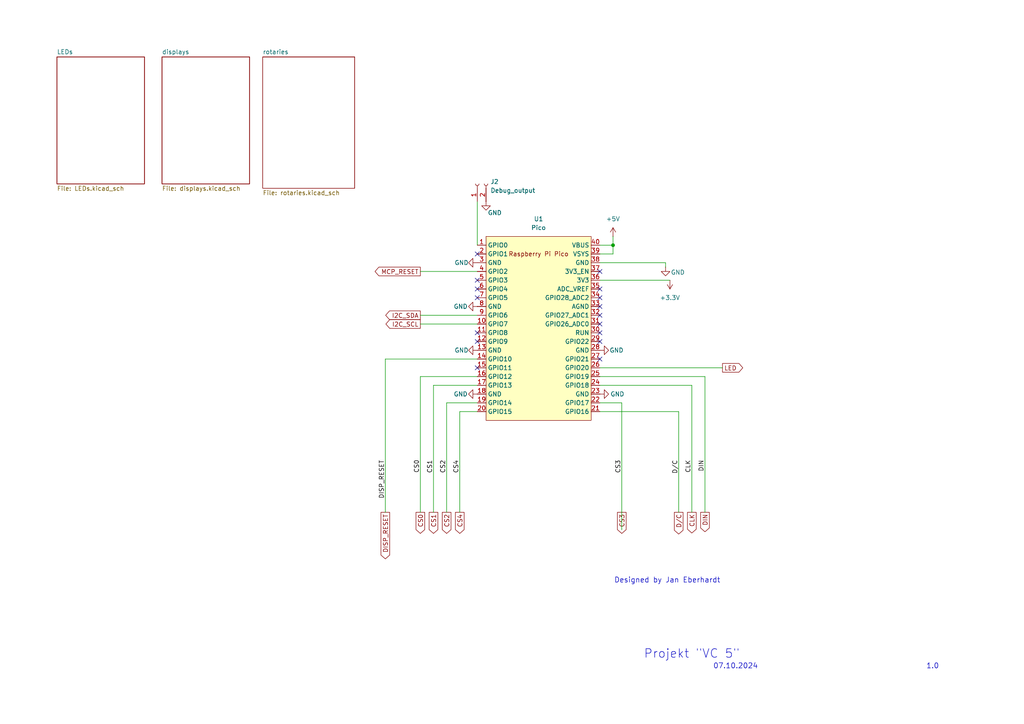
<source format=kicad_sch>
(kicad_sch (version 20231120) (generator "eeschema") (generator_version "8.0")
  (paper "A4")
  (lib_symbols
    (symbol "Connector:Conn_01x02_Socket" (pin_names (offset 1.016) hide)
      (property "Reference" "J" (at 0 2.54 0))
      (property "Value" "Conn_01x02_Socket" (at 0 -5.08 0))
      (symbol "Conn_01x02_Socket_1_1"
        (arc (start 0 -2.032) (mid -0.5058 -2.54) (end 0 -3.048) (stroke (width 0.1524)))
        (polyline (pts (xy -1.27 -2.54) (xy -0.508 -2.54)) (stroke (width 0.1524)))
        (polyline (pts (xy -1.27 0) (xy -0.508 0)) (stroke (width 0.1524)))
        (arc (start 0 0.508) (mid -0.5058 0) (end 0 -0.508) (stroke (width 0.1524)))
        (pin passive line (at -5.08 0 0) (length 3.81) (name "Pin_1") (number "1"))
        (pin passive line (at -5.08 -2.54 0) (length 3.81) (name "Pin_2") (number "2"))
      )
    )
    (symbol "RPI_Pico:Pico"
      (property "Reference" "U" (at -13.97 27.94 0))
      (property "Value" "Pico" (at 0 19.05 0))
      (symbol "Pico_0_0"
        (text "Raspberry Pi Pico" (at 0 21.59 0) (effects (font (size 1.27 1.27))))
      )
      (symbol "Pico_0_1"
        (rectangle (start -15.24 26.67) (end 15.24 -26.67) (fill (type background)))
      )
      (symbol "Pico_1_1"
        (pin bidirectional line (at -17.78 24.13 0) (length 2.54) (name "GPIO0") (number "1"))
        (pin bidirectional line (at -17.78 1.27 0) (length 2.54) (name "GPIO7") (number "10"))
        (pin bidirectional line (at -17.78 -1.27 0) (length 2.54) (name "GPIO8") (number "11"))
        (pin bidirectional line (at -17.78 -3.81 0) (length 2.54) (name "GPIO9") (number "12"))
        (pin power_in line (at -17.78 -6.35 0) (length 2.54) (name "GND") (number "13"))
        (pin bidirectional line (at -17.78 -8.89 0) (length 2.54) (name "GPIO10") (number "14"))
        (pin bidirectional line (at -17.78 -11.43 0) (length 2.54) (name "GPIO11") (number "15"))
        (pin bidirectional line (at -17.78 -13.97 0) (length 2.54) (name "GPIO12") (number "16"))
        (pin bidirectional line (at -17.78 -16.51 0) (length 2.54) (name "GPIO13") (number "17"))
        (pin power_in line (at -17.78 -19.05 0) (length 2.54) (name "GND") (number "18"))
        (pin bidirectional line (at -17.78 -21.59 0) (length 2.54) (name "GPIO14") (number "19"))
        (pin bidirectional line (at -17.78 21.59 0) (length 2.54) (name "GPIO1") (number "2"))
        (pin bidirectional line (at -17.78 -24.13 0) (length 2.54) (name "GPIO15") (number "20"))
        (pin bidirectional line (at 17.78 -24.13 180) (length 2.54) (name "GPIO16") (number "21"))
        (pin bidirectional line (at 17.78 -21.59 180) (length 2.54) (name "GPIO17") (number "22"))
        (pin power_in line (at 17.78 -19.05 180) (length 2.54) (name "GND") (number "23"))
        (pin bidirectional line (at 17.78 -16.51 180) (length 2.54) (name "GPIO18") (number "24"))
        (pin bidirectional line (at 17.78 -13.97 180) (length 2.54) (name "GPIO19") (number "25"))
        (pin bidirectional line (at 17.78 -11.43 180) (length 2.54) (name "GPIO20") (number "26"))
        (pin bidirectional line (at 17.78 -8.89 180) (length 2.54) (name "GPIO21") (number "27"))
        (pin power_in line (at 17.78 -6.35 180) (length 2.54) (name "GND") (number "28"))
        (pin bidirectional line (at 17.78 -3.81 180) (length 2.54) (name "GPIO22") (number "29"))
        (pin power_in line (at -17.78 19.05 0) (length 2.54) (name "GND") (number "3"))
        (pin input line (at 17.78 -1.27 180) (length 2.54) (name "RUN") (number "30"))
        (pin bidirectional line (at 17.78 1.27 180) (length 2.54) (name "GPIO26_ADC0") (number "31"))
        (pin bidirectional line (at 17.78 3.81 180) (length 2.54) (name "GPIO27_ADC1") (number "32"))
        (pin power_in line (at 17.78 6.35 180) (length 2.54) (name "AGND") (number "33"))
        (pin bidirectional line (at 17.78 8.89 180) (length 2.54) (name "GPIO28_ADC2") (number "34"))
        (pin power_in line (at 17.78 11.43 180) (length 2.54) (name "ADC_VREF") (number "35"))
        (pin power_in line (at 17.78 13.97 180) (length 2.54) (name "3V3") (number "36"))
        (pin input line (at 17.78 16.51 180) (length 2.54) (name "3V3_EN") (number "37"))
        (pin bidirectional line (at 17.78 19.05 180) (length 2.54) (name "GND") (number "38"))
        (pin power_in line (at 17.78 21.59 180) (length 2.54) (name "VSYS") (number "39"))
        (pin bidirectional line (at -17.78 16.51 0) (length 2.54) (name "GPIO2") (number "4"))
        (pin power_in line (at 17.78 24.13 180) (length 2.54) (name "VBUS") (number "40"))
        (pin bidirectional line (at -17.78 13.97 0) (length 2.54) (name "GPIO3") (number "5"))
        (pin bidirectional line (at -17.78 11.43 0) (length 2.54) (name "GPIO4") (number "6"))
        (pin bidirectional line (at -17.78 8.89 0) (length 2.54) (name "GPIO5") (number "7"))
        (pin power_in line (at -17.78 6.35 0) (length 2.54) (name "GND") (number "8"))
        (pin bidirectional line (at -17.78 3.81 0) (length 2.54) (name "GPIO6") (number "9"))
      )
    )
    (symbol "power:+3.3V" (power) (pin_numbers hide) (pin_names (offset 0) hide)
      (property "Value" "+3.3V" (at 0 3.556 0))
      (symbol "+3.3V_0_1"
        (polyline (pts (xy -0.762 1.27) (xy 0 2.54)))
        (polyline (pts (xy 0 0) (xy 0 2.54)))
        (polyline (pts (xy 0 2.54) (xy 0.762 1.27)))
      )
      (symbol "+3.3V_1_1"
        (pin power_in line (at 0 0 90) (length 0) (name "~") (number "1"))
      )
    )
    (symbol "power:+5V" (power) (pin_numbers hide) (pin_names (offset 0) hide)
      (property "Value" "+5V" (at 0 3.556 0))
      (symbol "+5V_0_1"
        (polyline (pts (xy -0.762 1.27) (xy 0 2.54)))
        (polyline (pts (xy 0 0) (xy 0 2.54)))
        (polyline (pts (xy 0 2.54) (xy 0.762 1.27)))
      )
      (symbol "+5V_1_1"
        (pin power_in line (at 0 0 90) (length 0) (name "~") (number "1"))
      )
    )
    (symbol "power:GND" (power) (pin_numbers hide) (pin_names (offset 0) hide)
      (property "Value" "GND" (at 0 -3.81 0))
      (symbol "GND_0_1"
        (polyline (pts (xy 0 0) (xy 0 -1.27) (xy 1.27 -1.27) (xy 0 -2.54) (xy -1.27 -1.27) (xy 0 -1.27)))
      )
      (symbol "GND_1_1"
        (pin power_in line (at 0 0 270) (length 0) (name "~") (number "1"))
      )
    )
  )
  (junction (at 177.8 71.12))
  (no_connect (at 173.99 86.36))
  (no_connect (at 173.99 99.06))
  (no_connect (at 138.43 81.28))
  (no_connect (at 138.43 99.06))
  (no_connect (at 138.43 83.82))
  (no_connect (at 173.99 93.98))
  (no_connect (at 138.43 73.66))
  (no_connect (at 173.99 83.82))
  (no_connect (at 173.99 104.14))
  (no_connect (at 173.99 88.9))
  (no_connect (at 173.99 96.52))
  (no_connect (at 173.99 78.74))
  (no_connect (at 173.99 91.44))
  (no_connect (at 138.43 96.52))
  (no_connect (at 138.43 106.68))
  (no_connect (at 138.43 86.36))
  (wire (pts (xy 138.43 78.74) (xy 121.92 78.74)))
  (wire (pts (xy 133.35 119.38) (xy 133.35 148.59)))
  (wire (pts (xy 173.99 106.68) (xy 209.55 106.68)))
  (wire (pts (xy 177.8 68.58) (xy 177.8 71.12)))
  (wire (pts (xy 173.99 73.66) (xy 177.8 73.66)))
  (wire (pts (xy 180.34 116.84) (xy 180.34 153.67)))
  (wire (pts (xy 173.99 111.76) (xy 200.66 111.76)))
  (wire (pts (xy 121.92 93.98) (xy 138.43 93.98)))
  (wire (pts (xy 196.85 119.38) (xy 196.85 148.59)))
  (wire (pts (xy 200.66 111.76) (xy 200.66 148.59)))
  (wire (pts (xy 111.76 104.14) (xy 111.76 148.59)))
  (wire (pts (xy 173.99 76.2) (xy 193.04 76.2)))
  (wire (pts (xy 193.04 77.47) (xy 193.04 76.2)))
  (wire (pts (xy 177.8 71.12) (xy 177.8 73.66)))
  (wire (pts (xy 180.34 116.84) (xy 173.99 116.84)))
  (wire (pts (xy 173.99 119.38) (xy 196.85 119.38)))
  (wire (pts (xy 111.76 104.14) (xy 138.43 104.14)))
  (wire (pts (xy 173.99 71.12) (xy 177.8 71.12)))
  (wire (pts (xy 125.73 111.76) (xy 138.43 111.76)))
  (wire (pts (xy 121.92 91.44) (xy 138.43 91.44)))
  (wire (pts (xy 204.47 109.22) (xy 204.47 148.59)))
  (wire (pts (xy 125.73 111.76) (xy 125.73 148.59)))
  (wire (pts (xy 173.99 109.22) (xy 204.47 109.22)))
  (wire (pts (xy 133.35 119.38) (xy 138.43 119.38)))
  (wire (pts (xy 138.43 58.42) (xy 138.43 71.12)))
  (wire (pts (xy 129.54 116.84) (xy 129.54 148.59)))
  (wire (pts (xy 129.54 116.84) (xy 138.43 116.84)))
  (wire (pts (xy 121.92 109.22) (xy 138.43 109.22)))
  (wire (pts (xy 121.92 109.22) (xy 121.92 148.59)))
  (wire (pts (xy 194.31 81.28) (xy 173.99 81.28)))
  (text "Projekt \"VC 5\"" (at 200.66 189.738 0) (effects (font (size 2.5 2.5))))
  (text "1.0" (at 270.51 193.294 0) (effects (font (size 1.5 1.5))))
  (text "Designed by Jan Eberhardt" (at 193.548 168.402 0) (effects (font (size 1.5 1.5))))
  (text "07.10.2024" (at 213.36 193.294 0) (effects (font (size 1.5 1.5))))
  (label "CS4" (at 133.35 133.35 270))
  (label "DISP_RESET" (at 111.76 133.35 270))
  (label "CLK" (at 200.66 133.35 270))
  (label "CS1" (at 125.73 133.35 270))
  (label "CS0" (at 121.92 137.16 90))
  (label "DIN" (at 204.47 133.35 270))
  (label "D{slash}C" (at 196.85 133.35 270))
  (label "CS3" (at 180.34 133.35 270))
  (label "CS2" (at 129.54 133.35 270))
  (global_label "D{slash}C" (shape output) (at 196.85 148.59 270) (property "Intersheetrefs" "${INTERSHEET_REFS}" (effects (hide yes))))
  (global_label "DIN" (shape output) (at 204.47 148.59 270) (property "Intersheetrefs" "${INTERSHEET_REFS}" (effects (hide yes))))
  (global_label "CS4" (shape output) (at 133.35 148.59 270) (property "Intersheetrefs" "${INTERSHEET_REFS}" (effects (hide yes))))
  (global_label "CS2" (shape output) (at 129.54 148.59 270) (property "Intersheetrefs" "${INTERSHEET_REFS}" (effects (hide yes))))
  (global_label "I2C_SCL" (shape output) (at 121.92 93.98 180) (property "Intersheetrefs" "${INTERSHEET_REFS}" (effects (hide yes))))
  (global_label "I2C_SDA" (shape output) (at 121.92 91.44 180) (property "Intersheetrefs" "${INTERSHEET_REFS}" (effects (hide yes))))
  (global_label "CS0" (shape output) (at 121.92 148.59 270) (property "Intersheetrefs" "${INTERSHEET_REFS}" (effects (hide yes))))
  (global_label "MCP_RESET" (shape output) (at 121.92 78.74 180) (property "Intersheetrefs" "${INTERSHEET_REFS}" (effects (hide yes))))
  (global_label "CS1" (shape output) (at 125.73 148.59 270) (property "Intersheetrefs" "${INTERSHEET_REFS}" (effects (hide yes))))
  (global_label "CS3" (shape output) (at 180.34 148.59 270) (property "Intersheetrefs" "${INTERSHEET_REFS}" (effects (hide yes))))
  (global_label "DISP_RESET" (shape output) (at 111.76 148.59 270) (property "Intersheetrefs" "${INTERSHEET_REFS}" (effects (hide yes))))
  (global_label "LED" (shape output) (at 209.55 106.68 0) (property "Intersheetrefs" "${INTERSHEET_REFS}" (effects (hide yes))))
  (global_label "CLK" (shape output) (at 200.66 148.59 270) (property "Intersheetrefs" "${INTERSHEET_REFS}" (effects (hide yes))))
  (symbol (lib_id "power:GND") (at 173.99 114.3 90) (unit 1)
    (property "Reference" "#PWR07" (effects (hide yes)))
    (property "Value" "GND" (at 179.07 114.3 90))
    (property "Description" "Power symbol creates a global label with name \"GND\" , ground" (effects (hide yes)))
  )
  (symbol (lib_id "Connector:Conn_01x02_Socket") (at 138.43 53.34 90) (unit 1)
    (property "Reference" "J2" (at 142.24 52.7049 90) (effects (justify right)))
    (property "Value" "Debug_output" (at 142.24 55.2449 90) (effects (justify right)))
    (property "Footprint" "Connector_PinSocket_2.54mm:PinSocket_1x02_P2.54mm_Vertical" (effects (hide yes)))
    (property "Description" "Generic connector, single row, 01x02, script generated" (effects (hide yes)))
  )
  (symbol (lib_id "power:GND") (at 138.43 114.3 270) (unit 1)
    (property "Reference" "#PWR04" (effects (hide yes)))
    (property "Value" "GND" (at 133.604 114.3 90))
    (property "Description" "Power symbol creates a global label with name \"GND\" , ground" (effects (hide yes)))
  )
  (symbol (lib_id "power:GND") (at 138.43 76.2 270) (unit 1)
    (property "Reference" "#PWR01" (effects (hide yes)))
    (property "Value" "GND" (at 133.858 76.2 90))
    (property "Description" "Power symbol creates a global label with name \"GND\" , ground" (effects (hide yes)))
  )
  (symbol (lib_id "power:GND") (at 138.43 88.9 270) (unit 1)
    (property "Reference" "#PWR02" (effects (hide yes)))
    (property "Value" "GND" (at 133.604 88.9 90))
    (property "Description" "Power symbol creates a global label with name \"GND\" , ground" (effects (hide yes)))
  )
  (symbol (lib_id "power:GND") (at 173.99 101.6 90) (unit 1)
    (property "Reference" "#PWR06" (effects (hide yes)))
    (property "Value" "GND" (at 178.816 101.6 90))
    (property "Description" "Power symbol creates a global label with name \"GND\" , ground" (effects (hide yes)))
  )
  (symbol (lib_id "power:GND") (at 140.97 58.42 0) (unit 1)
    (property "Reference" "#PWR05" (effects (hide yes)))
    (property "Value" "GND" (at 143.51 61.722 0))
    (property "Description" "Power symbol creates a global label with name \"GND\" , ground" (effects (hide yes)))
  )
  (symbol (lib_id "RPI_Pico:Pico") (at 156.21 95.25 0) (unit 1)
    (property "Reference" "U1" (at 156.21 63.5 0))
    (property "Value" "Pico" (at 156.21 66.04 0))
    (property "Footprint" "RPI_Pico_THT:RPi_Pico_THT" (effects (hide yes)))
  )
  (symbol (lib_id "power:GND") (at 193.04 77.47 0) (unit 1)
    (property "Reference" "#PWR09" (effects (hide yes)))
    (property "Value" "GND" (at 196.596 78.994 0))
    (property "Description" "Power symbol creates a global label with name \"GND\" , ground" (effects (hide yes)))
  )
  (symbol (lib_id "power:+5V") (at 177.8 68.58 0) (unit 1)
    (property "Reference" "#PWR08" (effects (hide yes)))
    (property "Value" "+5V" (at 177.8 63.5 0))
    (property "Description" "Power symbol creates a global label with name \"+5V\"" (effects (hide yes)))
  )
  (symbol (lib_id "power:GND") (at 138.43 101.6 270) (unit 1)
    (property "Reference" "#PWR03" (effects (hide yes)))
    (property "Value" "GND" (at 133.858 101.6 90))
    (property "Description" "Power symbol creates a global label with name \"GND\" , ground" (effects (hide yes)))
  )
  (symbol (lib_id "power:+3.3V") (at 194.31 81.28 180) (unit 1)
    (property "Reference" "#PWR010" (effects (hide yes)))
    (property "Value" "+3.3V" (at 194.31 86.36 0))
    (property "Description" "Power symbol creates a global label with name \"+3.3V\"" (effects (hide yes)))
  )
  (sheet (at 16.51 16.51) (size 25.4 36.83) (stroke (width 0.1524))
    (property "Sheetname" "LEDs" (at 16.51 15.7984 0) (effects (justify left bottom)))
    (property "Sheetfile" "LEDs.kicad_sch" (at 16.51 53.9246 0) (effects (justify left top)))
  )
  (sheet (at 46.99 16.51) (size 25.4 36.83) (stroke (width 0.1524))
    (property "Sheetname" "displays" (at 46.99 15.7984 0) (effects (justify left bottom)))
    (property "Sheetfile" "displays.kicad_sch" (at 46.99 53.9246 0) (effects (justify left top)))
  )
  (sheet (at 76.2 16.51) (size 26.67 38.1) (stroke (width 0.1524))
    (property "Sheetname" "rotaries" (at 76.2 15.7984 0) (effects (justify left bottom)))
    (property "Sheetfile" "rotaries.kicad_sch" (at 76.2 55.1946 0) (effects (justify left top)))
  )
)
</source>
